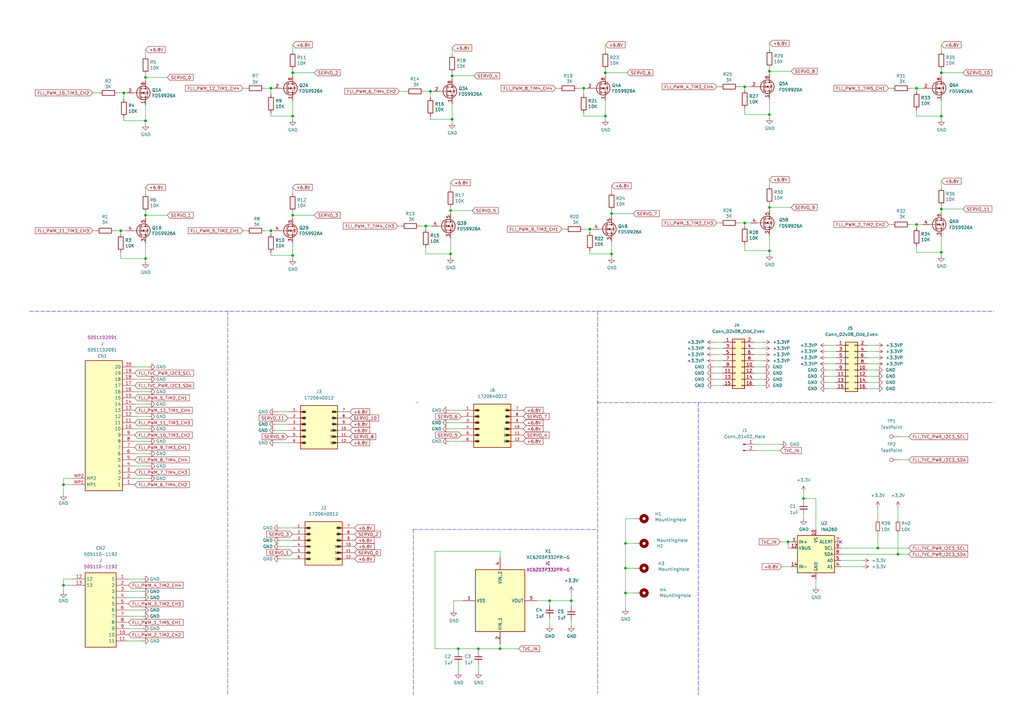
<source format=kicad_sch>
(kicad_sch (version 20211123) (generator eeschema)
  (paper "A3")
  (junction (at 256.54 233.045))
  (junction (at 256.54 222.885))
  (junction (at 185.42 48.895))
  (junction (at 49.53 94.615))
  (junction (at 174.625 92.71))
  (junction (at 59.69 49.53))
  (junction (at 26.035 240.03))
  (junction (at 120.015 104.775))
  (junction (at 120.015 29.845))
  (junction (at 360.045 224.79))
  (junction (at 256.54 243.205))
  (junction (at 315.595 102.87))
  (junction (at 250.825 104.14))
  (junction (at 386.08 29.845))
  (junction (at 111.125 94.615))
  (junction (at 375.92 92.075))
  (junction (at 305.435 35.56))
  (junction (at 386.08 85.725))
  (junction (at 368.3 227.33))
  (junction (at 184.785 104.14))
  (junction (at 120.015 47.625))
  (junction (at 187.96 266.065))
  (junction (at 323.215 222.25))
  (junction (at 315.595 85.09))
  (junction (at 120.015 88.265))
  (junction (at 185.42 31.115))
  (junction (at 329.565 204.47))
  (junction (at 184.785 86.36))
  (junction (at 386.08 47.625))
  (junction (at 111.125 36.195))
  (junction (at 176.53 37.465))
  (junction (at 196.215 266.065))
  (junction (at 305.435 91.44))
  (junction (at 315.595 29.21))
  (junction (at 239.395 36.195))
  (junction (at 205.105 266.065))
  (junction (at 26.035 198.755))
  (junction (at 241.935 93.98))
  (junction (at 234.315 246.38))
  (junction (at 248.285 29.845))
  (junction (at 315.595 46.99))
  (junction (at 248.285 47.625))
  (junction (at 59.69 106.045))
  (junction (at 50.8 38.1))
  (junction (at 225.425 246.38))
  (junction (at 59.69 88.265))
  (junction (at 375.92 36.195))
  (junction (at 59.69 31.75))
  (junction (at 250.825 87.63))
  (junction (at 386.08 103.505))
  (no_connect (at 344.805 222.25))
  (wire (pts (xy 176.53 37.465) (xy 177.8 37.465)))
  (wire (pts (xy 46.99 94.615) (xy 49.53 94.615)))
  (wire (pts (xy 120.015 88.265) (xy 128.905 88.265)))
  (wire (pts (xy 196.215 266.065) (xy 205.105 266.065)))
  (wire (pts (xy 256.54 243.205) (xy 260.35 243.205)))
  (wire (pts (xy 174.625 104.14) (xy 184.785 104.14)))
  (wire (pts (xy 49.53 103.505) (xy 49.53 106.045)))
  (wire (pts (xy 184.785 104.14) (xy 184.785 105.41)))
  (wire (pts (xy 368.935 188.595) (xy 372.745 188.595)))
  (wire (pts (xy 309.245 150.495) (xy 313.055 150.495)))
  (wire (pts (xy 305.435 35.56) (xy 305.435 36.83)))
  (wire (pts (xy 315.595 27.94) (xy 315.595 29.21)))
  (wire (pts (xy 111.125 46.355) (xy 111.125 47.625)))
  (wire (pts (xy 187.96 266.065) (xy 178.435 266.065)))
  (wire (pts (xy 375.92 92.075) (xy 378.46 92.075)))
  (wire (pts (xy 59.69 49.53) (xy 59.69 43.18)))
  (wire (pts (xy 334.645 204.47) (xy 329.565 204.47)))
  (wire (pts (xy 227.965 36.195) (xy 229.235 36.195)))
  (wire (pts (xy 114.935 229.235) (xy 120.015 229.235)))
  (wire (pts (xy 120.015 20.955) (xy 120.015 18.415)))
  (wire (pts (xy 315.595 20.32) (xy 315.595 17.78)))
  (wire (pts (xy 60.96 191.135) (xy 55.245 191.135)))
  (wire (pts (xy 174.625 92.71) (xy 174.625 93.98)))
  (wire (pts (xy 364.49 36.195) (xy 365.76 36.195)))
  (wire (pts (xy 315.595 96.52) (xy 315.595 102.87)))
  (wire (pts (xy 256.54 233.045) (xy 256.54 243.205)))
  (polyline (pts (xy 286.385 165.1) (xy 286.385 285.115)))
  (wire (pts (xy 26.035 240.03) (xy 26.035 242.57)))
  (wire (pts (xy 355.6 156.845) (xy 359.41 156.845)))
  (wire (pts (xy 256.54 233.045) (xy 260.35 233.045)))
  (wire (pts (xy 60.96 175.895) (xy 55.245 175.895)))
  (wire (pts (xy 355.6 141.605) (xy 359.41 141.605)))
  (wire (pts (xy 205.105 266.065) (xy 205.105 264.16)))
  (wire (pts (xy 184.15 168.275) (xy 189.23 168.275)))
  (wire (pts (xy 234.315 248.92) (xy 234.315 246.38)))
  (wire (pts (xy 114.935 221.615) (xy 120.015 221.615)))
  (wire (pts (xy 342.9 144.145) (xy 339.09 144.145)))
  (wire (pts (xy 60.96 165.735) (xy 55.245 165.735)))
  (wire (pts (xy 185.42 31.115) (xy 194.31 31.115)))
  (wire (pts (xy 59.69 86.995) (xy 59.69 88.265)))
  (wire (pts (xy 184.785 97.79) (xy 184.785 104.14)))
  (wire (pts (xy 386.08 85.725) (xy 394.97 85.725)))
  (wire (pts (xy 342.9 149.225) (xy 339.09 149.225)))
  (wire (pts (xy 234.315 243.205) (xy 234.315 246.38)))
  (wire (pts (xy 315.595 40.64) (xy 315.595 46.99)))
  (wire (pts (xy 60.96 180.975) (xy 55.245 180.975)))
  (wire (pts (xy 320.04 222.25) (xy 323.215 222.25)))
  (wire (pts (xy 241.935 102.87) (xy 241.935 104.14)))
  (wire (pts (xy 99.695 36.195) (xy 100.965 36.195)))
  (wire (pts (xy 309.245 145.415) (xy 313.0273 145.415)))
  (wire (pts (xy 320.04 182.245) (xy 309.88 182.245)))
  (wire (pts (xy 184.785 86.36) (xy 184.785 87.63)))
  (wire (pts (xy 329.565 204.47) (xy 329.565 205.74)))
  (polyline (pts (xy 93.345 127.635) (xy 93.345 285.115)))
  (wire (pts (xy 239.395 93.98) (xy 241.935 93.98)))
  (wire (pts (xy 52.705 252.73) (xy 58.42 252.73)))
  (wire (pts (xy 196.215 272.415) (xy 196.215 275.59)))
  (wire (pts (xy 368.3 218.44) (xy 368.3 227.33)))
  (wire (pts (xy 368.3 227.33) (xy 372.745 227.33)))
  (wire (pts (xy 250.825 104.14) (xy 250.825 105.41)))
  (wire (pts (xy 60.96 150.495) (xy 55.245 150.495)))
  (wire (pts (xy 342.9 159.385) (xy 339.09 159.385)))
  (wire (pts (xy 305.435 102.87) (xy 315.595 102.87)))
  (wire (pts (xy 230.505 93.98) (xy 231.775 93.98)))
  (polyline (pts (xy 245.11 164.465) (xy 245.11 284.48)))
  (wire (pts (xy 248.285 29.845) (xy 257.175 29.845)))
  (wire (pts (xy 185.42 48.895) (xy 185.42 42.545)))
  (wire (pts (xy 296.545 142.875) (xy 292.735 142.875)))
  (wire (pts (xy 342.9 151.765) (xy 339.09 151.765)))
  (wire (pts (xy 329.565 210.82) (xy 329.565 212.725)))
  (wire (pts (xy 111.125 36.195) (xy 112.395 36.195)))
  (wire (pts (xy 120.015 86.995) (xy 120.015 88.265)))
  (wire (pts (xy 386.08 103.505) (xy 386.08 104.775)))
  (wire (pts (xy 355.6 146.685) (xy 359.3823 146.685)))
  (wire (pts (xy 234.315 254) (xy 234.315 256.54)))
  (wire (pts (xy 52.705 242.57) (xy 58.42 242.57)))
  (wire (pts (xy 260.35 212.725) (xy 256.54 212.725)))
  (wire (pts (xy 375.92 36.195) (xy 375.92 37.465)))
  (wire (pts (xy 315.595 29.21) (xy 315.595 30.48)))
  (wire (pts (xy 296.545 155.575) (xy 292.735 155.575)))
  (wire (pts (xy 60.96 155.575) (xy 55.245 155.575)))
  (wire (pts (xy 111.125 94.615) (xy 111.125 95.885)))
  (wire (pts (xy 360.045 224.79) (xy 372.745 224.79)))
  (wire (pts (xy 52.705 257.81) (xy 58.42 257.81)))
  (wire (pts (xy 178.435 226.06) (xy 205.105 226.06)))
  (wire (pts (xy 120.015 79.375) (xy 120.015 76.835)))
  (wire (pts (xy 174.625 101.6) (xy 174.625 104.14)))
  (wire (pts (xy 26.035 196.215) (xy 26.035 198.755)))
  (wire (pts (xy 296.545 158.115) (xy 292.735 158.115)))
  (wire (pts (xy 111.125 103.505) (xy 111.125 104.775)))
  (wire (pts (xy 386.08 76.835) (xy 386.08 74.295)))
  (wire (pts (xy 59.69 31.75) (xy 68.58 31.75)))
  (wire (pts (xy 315.595 83.82) (xy 315.595 85.09)))
  (wire (pts (xy 50.8 49.53) (xy 59.69 49.53)))
  (wire (pts (xy 360.045 218.44) (xy 360.045 224.79)))
  (wire (pts (xy 250.825 87.63) (xy 250.825 88.9)))
  (polyline (pts (xy 169.545 285.115) (xy 169.545 217.17)))
  (polyline (pts (xy 169.545 217.17) (xy 245.11 217.17)))
  (wire (pts (xy 296.545 140.335) (xy 292.735 140.335)))
  (wire (pts (xy 26.035 198.755) (xy 26.035 202.565)))
  (wire (pts (xy 315.595 46.99) (xy 315.595 48.26)))
  (wire (pts (xy 239.395 36.195) (xy 239.395 38.735)))
  (wire (pts (xy 225.425 246.38) (xy 220.345 246.38)))
  (wire (pts (xy 241.935 93.98) (xy 243.205 93.98)))
  (wire (pts (xy 386.08 84.455) (xy 386.08 85.725)))
  (wire (pts (xy 305.435 35.56) (xy 307.975 35.56)))
  (wire (pts (xy 323.215 224.79) (xy 323.215 222.25)))
  (wire (pts (xy 344.805 229.87) (xy 353.695 229.87)))
  (wire (pts (xy 49.53 94.615) (xy 52.07 94.615)))
  (wire (pts (xy 294.005 35.56) (xy 295.275 35.56)))
  (wire (pts (xy 99.695 94.615) (xy 100.965 94.615)))
  (wire (pts (xy 315.595 76.2) (xy 315.595 73.66)))
  (wire (pts (xy 368.935 179.07) (xy 372.745 179.07)))
  (wire (pts (xy 59.69 49.53) (xy 59.69 50.8)))
  (wire (pts (xy 59.69 22.86) (xy 59.69 20.32)))
  (wire (pts (xy 50.8 38.1) (xy 52.07 38.1)))
  (polyline (pts (xy 245.11 127.635) (xy 407.67 127.635)))
  (wire (pts (xy 176.53 47.625) (xy 176.53 48.895)))
  (wire (pts (xy 205.105 226.06) (xy 205.105 228.6)))
  (wire (pts (xy 187.96 272.415) (xy 187.96 275.59)))
  (wire (pts (xy 59.69 88.265) (xy 59.69 89.535)))
  (wire (pts (xy 256.54 212.725) (xy 256.54 222.885)))
  (wire (pts (xy 309.245 153.035) (xy 313.055 153.035)))
  (wire (pts (xy 250.825 78.74) (xy 250.825 76.2)))
  (wire (pts (xy 248.285 47.625) (xy 248.285 41.275)))
  (wire (pts (xy 111.125 94.615) (xy 112.395 94.615)))
  (wire (pts (xy 296.545 153.035) (xy 292.735 153.035)))
  (wire (pts (xy 355.6 144.145) (xy 359.41 144.145)))
  (wire (pts (xy 29.845 237.49) (xy 26.035 237.49)))
  (wire (pts (xy 375.92 103.505) (xy 386.08 103.505)))
  (wire (pts (xy 364.49 92.075) (xy 365.76 92.075)))
  (wire (pts (xy 60.96 170.815) (xy 55.245 170.815)))
  (wire (pts (xy 174.625 92.71) (xy 177.165 92.71)))
  (wire (pts (xy 48.26 38.1) (xy 50.8 38.1)))
  (wire (pts (xy 108.585 94.615) (xy 111.125 94.615)))
  (wire (pts (xy 114.935 216.535) (xy 120.015 216.535)))
  (wire (pts (xy 38.1 38.1) (xy 40.64 38.1)))
  (wire (pts (xy 59.69 31.75) (xy 59.69 33.02)))
  (wire (pts (xy 111.125 36.195) (xy 111.125 38.735)))
  (wire (pts (xy 368.3 208.28) (xy 368.3 213.36)))
  (wire (pts (xy 256.54 222.885) (xy 256.54 233.045)))
  (wire (pts (xy 111.125 47.625) (xy 120.015 47.625)))
  (wire (pts (xy 360.045 208.28) (xy 360.045 213.36)))
  (wire (pts (xy 248.285 28.575) (xy 248.285 29.845)))
  (wire (pts (xy 178.435 226.06) (xy 178.435 266.065)))
  (wire (pts (xy 184.785 86.36) (xy 193.675 86.36)))
  (wire (pts (xy 386.08 29.845) (xy 386.08 31.115)))
  (wire (pts (xy 296.545 147.955) (xy 292.735 147.955)))
  (wire (pts (xy 344.805 232.41) (xy 353.695 232.41)))
  (wire (pts (xy 120.015 88.265) (xy 120.015 89.535)))
  (wire (pts (xy 186.055 246.38) (xy 186.055 250.19)))
  (wire (pts (xy 113.03 168.91) (xy 118.11 168.91)))
  (wire (pts (xy 26.035 237.49) (xy 26.035 240.03)))
  (wire (pts (xy 38.1 94.615) (xy 39.37 94.615)))
  (wire (pts (xy 113.03 181.61) (xy 118.11 181.61)))
  (wire (pts (xy 59.69 88.265) (xy 68.58 88.265)))
  (polyline (pts (xy 245.11 165.1) (xy 407.67 165.1)))
  (wire (pts (xy 184.15 173.355) (xy 189.23 173.355)))
  (wire (pts (xy 59.69 79.375) (xy 59.69 76.835)))
  (wire (pts (xy 344.805 224.79) (xy 360.045 224.79)))
  (wire (pts (xy 52.705 262.89) (xy 58.42 262.89)))
  (wire (pts (xy 176.53 37.465) (xy 176.53 40.005)))
  (wire (pts (xy 375.92 47.625) (xy 386.08 47.625)))
  (wire (pts (xy 305.435 91.44) (xy 307.975 91.44)))
  (wire (pts (xy 386.08 28.575) (xy 386.08 29.845)))
  (wire (pts (xy 120.015 99.695) (xy 120.015 104.775)))
  (wire (pts (xy 59.69 30.48) (xy 59.69 31.75)))
  (wire (pts (xy 236.855 36.195) (xy 239.395 36.195)))
  (wire (pts (xy 375.92 45.085) (xy 375.92 47.625)))
  (wire (pts (xy 256.54 243.205) (xy 256.54 249.555)))
  (wire (pts (xy 113.03 176.53) (xy 118.11 176.53)))
  (wire (pts (xy 315.595 85.09) (xy 324.485 85.09)))
  (wire (pts (xy 309.245 140.335) (xy 313.055 140.335)))
  (wire (pts (xy 241.935 104.14) (xy 250.825 104.14)))
  (wire (pts (xy 172.085 92.71) (xy 174.625 92.71)))
  (wire (pts (xy 305.435 46.99) (xy 315.595 46.99)))
  (polyline (pts (xy 245.11 127.635) (xy 245.11 165.1)))
  (wire (pts (xy 239.395 36.195) (xy 240.665 36.195)))
  (wire (pts (xy 309.245 142.875) (xy 313.055 142.875)))
  (wire (pts (xy 185.42 48.895) (xy 185.42 50.165)))
  (wire (pts (xy 355.6 159.385) (xy 359.41 159.385)))
  (wire (pts (xy 52.705 250.19) (xy 58.42 250.19)))
  (polyline (pts (xy 128.27 127.635) (xy 245.11 127.635)))
  (wire (pts (xy 323.215 222.25) (xy 324.485 222.25)))
  (wire (pts (xy 29.845 240.03) (xy 26.035 240.03)))
  (wire (pts (xy 386.08 47.625) (xy 386.08 48.895)))
  (wire (pts (xy 355.6 149.225) (xy 359.3823 149.225)))
  (wire (pts (xy 113.03 173.99) (xy 118.11 173.99)))
  (wire (pts (xy 59.69 106.045) (xy 59.69 107.315)))
  (wire (pts (xy 305.435 100.33) (xy 305.435 102.87)))
  (wire (pts (xy 334.645 217.17) (xy 334.645 204.47)))
  (wire (pts (xy 120.015 104.775) (xy 120.015 106.045)))
  (wire (pts (xy 189.865 246.38) (xy 186.055 246.38)))
  (wire (pts (xy 296.545 145.415) (xy 292.735 145.415)))
  (wire (pts (xy 187.96 266.065) (xy 196.215 266.065)))
  (wire (pts (xy 373.38 92.075) (xy 375.92 92.075)))
  (wire (pts (xy 386.08 97.155) (xy 386.08 103.505)))
  (wire (pts (xy 29.845 198.755) (xy 26.035 198.755)))
  (wire (pts (xy 250.825 99.06) (xy 250.825 104.14)))
  (wire (pts (xy 355.6 151.765) (xy 359.41 151.765)))
  (wire (pts (xy 248.285 47.625) (xy 248.285 48.895)))
  (wire (pts (xy 114.935 224.155) (xy 120.015 224.155)))
  (wire (pts (xy 260.35 222.885) (xy 256.54 222.885)))
  (wire (pts (xy 329.565 201.93) (xy 329.565 204.47)))
  (polyline (pts (xy 12.065 127.635) (xy 128.27 127.635)))
  (wire (pts (xy 375.92 92.075) (xy 375.92 93.345)))
  (wire (pts (xy 52.705 237.49) (xy 58.42 237.49)))
  (wire (pts (xy 320.675 232.41) (xy 324.485 232.41)))
  (wire (pts (xy 120.015 47.625) (xy 120.015 41.275)))
  (wire (pts (xy 309.245 155.575) (xy 313.055 155.575)))
  (wire (pts (xy 120.015 28.575) (xy 120.015 29.845)))
  (wire (pts (xy 108.585 36.195) (xy 111.125 36.195)))
  (wire (pts (xy 250.825 87.63) (xy 259.715 87.63)))
  (wire (pts (xy 185.42 22.225) (xy 185.42 19.685)))
  (wire (pts (xy 296.545 150.495) (xy 292.735 150.495)))
  (wire (pts (xy 315.595 102.87) (xy 315.595 104.14)))
  (wire (pts (xy 309.88 184.785) (xy 320.04 184.785)))
  (wire (pts (xy 225.425 248.285) (xy 225.425 246.38)))
  (wire (pts (xy 60.96 186.055) (xy 55.245 186.055)))
  (wire (pts (xy 250.825 86.36) (xy 250.825 87.63)))
  (wire (pts (xy 176.53 48.895) (xy 185.42 48.895)))
  (wire (pts (xy 386.08 41.275) (xy 386.08 47.625)))
  (wire (pts (xy 29.845 196.215) (xy 26.035 196.215)))
  (wire (pts (xy 309.245 147.955) (xy 313.0273 147.955)))
  (wire (pts (xy 386.08 29.845) (xy 394.97 29.845)))
  (wire (pts (xy 342.9 154.305) (xy 339.09 154.305)))
  (wire (pts (xy 52.705 245.11) (xy 58.42 245.11)))
  (wire (pts (xy 184.785 77.47) (xy 184.785 74.93)))
  (wire (pts (xy 305.435 91.44) (xy 305.435 92.71)))
  (polyline (pts (xy 171.45 165.1) (xy 170.815 165.1)))
  (wire (pts (xy 50.8 38.1) (xy 50.8 40.64)))
  (wire (pts (xy 185.42 31.115) (xy 185.42 32.385)))
  (wire (pts (xy 225.425 253.365) (xy 225.425 256.54)))
  (wire (pts (xy 248.285 29.845) (xy 248.285 31.115)))
  (wire (pts (xy 342.9 146.685) (xy 339.09 146.685)))
  (wire (pts (xy 342.9 156.845) (xy 339.09 156.845)))
  (wire (pts (xy 302.895 35.56) (xy 305.435 35.56)))
  (wire (pts (xy 375.92 100.965) (xy 375.92 103.505)))
  (wire (pts (xy 334.645 237.49) (xy 334.645 240.665)))
  (wire (pts (xy 49.53 94.615) (xy 49.53 95.885)))
  (wire (pts (xy 234.315 246.38) (xy 225.425 246.38)))
  (wire (pts (xy 324.485 224.79) (xy 323.215 224.79)))
  (wire (pts (xy 239.395 46.355) (xy 239.395 47.625)))
  (wire (pts (xy 248.285 20.955) (xy 248.285 18.415)))
  (wire (pts (xy 120.015 47.625) (xy 120.015 48.895)))
  (wire (pts (xy 375.92 36.195) (xy 378.46 36.195)))
  (wire (pts (xy 50.8 48.26) (xy 50.8 49.53)))
  (wire (pts (xy 386.08 85.725) (xy 386.08 86.995)))
  (wire (pts (xy 59.69 99.695) (xy 59.69 106.045)))
  (wire (pts (xy 196.215 267.335) (xy 196.215 266.065)))
  (wire (pts (xy 373.38 36.195) (xy 375.92 36.195)))
  (wire (pts (xy 241.935 93.98) (xy 241.935 95.25)))
  (wire (pts (xy 315.595 29.21) (xy 324.485 29.21)))
  (wire (pts (xy 184.15 175.895) (xy 189.23 175.895)))
  (wire (pts (xy 184.15 180.975) (xy 189.23 180.975)))
  (wire (pts (xy 309.245 158.115) (xy 313.055 158.115)))
  (wire (pts (xy 239.395 47.625) (xy 248.285 47.625)))
  (wire (pts (xy 111.125 104.775) (xy 120.015 104.775)))
  (wire (pts (xy 49.53 106.045) (xy 59.69 106.045)))
  (wire (pts (xy 60.96 160.655) (xy 55.245 160.655)))
  (wire (pts (xy 163.195 92.71) (xy 164.465 92.71)))
  (wire (pts (xy 185.42 29.845) (xy 185.42 31.115)))
  (wire (pts (xy 386.08 20.955) (xy 386.08 18.415)))
  (wire (pts (xy 173.99 37.465) (xy 176.53 37.465)))
  (wire (pts (xy 184.785 85.09) (xy 184.785 86.36)))
  (wire (pts (xy 344.805 227.33) (xy 368.3 227.33)))
  (wire (pts (xy 315.595 85.09) (xy 315.595 86.36)))
  (wire (pts (xy 163.83 37.465) (xy 166.37 37.465)))
  (wire (pts (xy 120.015 29.845) (xy 120.015 31.115)))
  (wire (pts (xy 120.015 29.845) (xy 128.905 29.845)))
  (wire (pts (xy 342.9 141.605) (xy 339.09 141.605)))
  (wire (pts (xy 302.895 91.44) (xy 305.435 91.44)))
  (wire (pts (xy 294.005 91.44) (xy 295.275 91.44)))
  (wire (pts (xy 355.6 154.305) (xy 359.41 154.305)))
  (wire (pts (xy 187.96 267.335) (xy 187.96 266.065)))
  (wire (pts (xy 305.435 44.45) (xy 305.435 46.99)))
  (wire (pts (xy 212.725 266.065) (xy 205.105 266.065)))
  (wire (pts (xy 60.96 196.215) (xy 55.245 196.215)))
  (global_label "SERVO_7" (shape input) (at 259.715 87.63 0) (property "Intersheet References" "${INTERSHEET_REFS}" (effects hide)))
  (global_label "TVC_IN" (shape input) (at 212.725 266.065 0) (property "Intersheet References" "${INTERSHEET_REFS}" (effects hide)))
  (global_label "SERVO_0" (shape input) (at 145.415 226.695 0) (property "Intersheet References" "${INTERSHEET_REFS}" (effects hide)))
  (global_label "SERVO_7" (shape input) (at 214.63 170.815 0) (property "Intersheet References" "${INTERSHEET_REFS}" (effects hide)))
  (global_label "+6.8V" (shape input) (at 248.285 18.415 0) (property "Intersheet References" "${INTERSHEET_REFS}" (effects hide)))
  (global_label "SERVO_1" (shape input) (at 120.015 226.695 180) (property "Intersheet References" "${INTERSHEET_REFS}" (effects hide)))
  (global_label "FLI_PWM_11_TIM3_CH3" (shape input) (at 55.245 173.355 0) (property "Intersheet References" "${INTERSHEET_REFS}" (effects hide)))
  (global_label "+6.8V" (shape input) (at 145.415 216.535 0) (property "Intersheet References" "${INTERSHEET_REFS}" (effects hide)))
  (global_label "FLI_PWM_6_TIM4_CH2" (shape input) (at 55.245 198.755 0) (property "Intersheet References" "${INTERSHEET_REFS}" (effects hide)))
  (global_label "SERVO_3" (shape input) (at 120.015 219.075 180) (property "Intersheet References" "${INTERSHEET_REFS}" (effects hide)))
  (global_label "FLI_PWM_10_TIM3_CH2" (shape input) (at 38.1 38.1 180) (property "Intersheet References" "${INTERSHEET_REFS}" (effects hide)))
  (global_label "+6.8V" (shape input) (at 59.69 76.835 0) (property "Intersheet References" "${INTERSHEET_REFS}" (effects hide)))
  (global_label "FLI_PWM_1_TIM5_CH1" (shape input) (at 364.49 36.195 180) (property "Intersheet References" "${INTERSHEET_REFS}" (effects hide)))
  (global_label "FLI_PWM_1_TIM5_CH1" (shape input) (at 52.705 255.27 0) (property "Intersheet References" "${INTERSHEET_REFS}" (effects hide)))
  (global_label "+6.8V" (shape input) (at 143.51 176.53 0) (property "Intersheet References" "${INTERSHEET_REFS}" (effects hide)))
  (global_label "+6.8V" (shape input) (at 214.63 168.275 0) (property "Intersheet References" "${INTERSHEET_REFS}" (effects hide)))
  (global_label "FLI_TVC_PWR_I2C3_SDA" (shape input) (at 372.745 188.595 0) (property "Intersheet References" "${INTERSHEET_REFS}" (effects hide)))
  (global_label "SERVO_1" (shape input) (at 68.58 88.265 0) (property "Intersheet References" "${INTERSHEET_REFS}" (effects hide)))
  (global_label "FLI_PWM_12_TIM1_CH4" (shape input) (at 55.245 168.275 0) (property "Intersheet References" "${INTERSHEET_REFS}" (effects hide)))
  (global_label "+6.8V" (shape input) (at 185.42 19.685 0) (property "Intersheet References" "${INTERSHEET_REFS}" (effects hide)))
  (global_label "FLI_TVC_PWR_I2C3_SCL" (shape input) (at 372.745 224.79 0) (property "Intersheet References" "${INTERSHEET_REFS}" (effects hide)))
  (global_label "FLI_PWM_9_TIM3_CH1" (shape input) (at 230.505 93.98 180) (property "Intersheet References" "${INTERSHEET_REFS}" (effects hide)))
  (global_label "+6.8V" (shape input) (at 143.51 173.99 0) (property "Intersheet References" "${INTERSHEET_REFS}" (effects hide)))
  (global_label "SERVO_2" (shape input) (at 145.415 219.075 0) (property "Intersheet References" "${INTERSHEET_REFS}" (effects hide)))
  (global_label "+6.8V" (shape input) (at 143.51 181.61 0) (property "Intersheet References" "${INTERSHEET_REFS}" (effects hide)))
  (global_label "TVC_IN" (shape input) (at 320.04 222.25 180) (property "Intersheet References" "${INTERSHEET_REFS}" (effects hide)))
  (global_label "SERVO_5" (shape input) (at 193.675 86.36 0) (property "Intersheet References" "${INTERSHEET_REFS}" (effects hide)))
  (global_label "FLI_PWM_2_TIM2_CH2" (shape input) (at 364.49 92.075 180) (property "Intersheet References" "${INTERSHEET_REFS}" (effects hide)))
  (global_label "+6.8V" (shape input) (at 250.825 76.2 0) (property "Intersheet References" "${INTERSHEET_REFS}" (effects hide)))
  (global_label "FLI_PWM_9_TIM3_CH1" (shape input) (at 55.245 183.515 0) (property "Intersheet References" "${INTERSHEET_REFS}" (effects hide)))
  (global_label "+6.8V" (shape input) (at 386.08 74.295 0) (property "Intersheet References" "${INTERSHEET_REFS}" (effects hide)))
  (global_label "FLI_PWM_10_TIM3_CH2" (shape input) (at 55.245 178.435 0) (property "Intersheet References" "${INTERSHEET_REFS}" (effects hide)))
  (global_label "SERVO_3" (shape input) (at 128.905 88.265 0) (property "Intersheet References" "${INTERSHEET_REFS}" (effects hide)))
  (global_label "+6.8V" (shape input) (at 145.415 229.235 0) (property "Intersheet References" "${INTERSHEET_REFS}" (effects hide)))
  (global_label "SERVO_8" (shape input) (at 143.51 179.07 0) (property "Intersheet References" "${INTERSHEET_REFS}" (effects hide)))
  (global_label "SERVO_6" (shape input) (at 257.175 29.845 0) (property "Intersheet References" "${INTERSHEET_REFS}" (effects hide)))
  (global_label "FLI_TVC_PWR_I2C3_SDA" (shape input) (at 372.745 227.33 0) (property "Intersheet References" "${INTERSHEET_REFS}" (effects hide)))
  (global_label "+6.8V" (shape input) (at 143.51 168.91 0) (property "Intersheet References" "${INTERSHEET_REFS}" (effects hide)))
  (global_label "+6.8V" (shape input) (at 386.08 18.415 0) (property "Intersheet References" "${INTERSHEET_REFS}" (effects hide)))
  (global_label "+6.8V" (shape input) (at 315.595 73.66 0) (property "Intersheet References" "${INTERSHEET_REFS}" (effects hide)))
  (global_label "+6.8V" (shape input) (at 184.785 74.93 0) (property "Intersheet References" "${INTERSHEET_REFS}" (effects hide)))
  (global_label "FLI_PWM_12_TIM1_CH4" (shape input) (at 99.695 36.195 180) (property "Intersheet References" "${INTERSHEET_REFS}" (effects hide)))
  (global_label "FLI_PWM_3_TIM2_CH3" (shape input) (at 52.705 247.65 0) (property "Intersheet References" "${INTERSHEET_REFS}" (effects hide)))
  (global_label "SERVO_11" (shape input) (at 118.11 171.45 180) (property "Intersheet References" "${INTERSHEET_REFS}" (effects hide)))
  (global_label "+6.8V" (shape input) (at 320.675 232.41 180) (property "Intersheet References" "${INTERSHEET_REFS}" (effects hide)))
  (global_label "+6.8V" (shape input) (at 214.63 175.895 0) (property "Intersheet References" "${INTERSHEET_REFS}" (effects hide)))
  (global_label "FLI_PWM_11_TIM3_CH3" (shape input) (at 38.1 94.615 180) (property "Intersheet References" "${INTERSHEET_REFS}" (effects hide)))
  (global_label "SERVO_5" (shape input) (at 189.23 178.435 180) (property "Intersheet References" "${INTERSHEET_REFS}" (effects hide)))
  (global_label "SERVO_6" (shape input) (at 189.23 170.815 180) (property "Intersheet References" "${INTERSHEET_REFS}" (effects hide)))
  (global_label "FLI_PWM_8_TIM4_CH4" (shape input) (at 55.245 188.595 0) (property "Intersheet References" "${INTERSHEET_REFS}" (effects hide)))
  (global_label "FLI_PWM_4_TIM2_CH4" (shape input) (at 294.005 35.56 180) (property "Intersheet References" "${INTERSHEET_REFS}" (effects hide)))
  (global_label "SERVO_4" (shape input) (at 194.31 31.115 0) (property "Intersheet References" "${INTERSHEET_REFS}" (effects hide)))
  (global_label "SERVO_8" (shape input) (at 324.485 29.21 0) (property "Intersheet References" "${INTERSHEET_REFS}" (effects hide)))
  (global_label "+6.8V" (shape input) (at 315.595 17.78 0) (property "Intersheet References" "${INTERSHEET_REFS}" (effects hide)))
  (global_label "SERVO_11" (shape input) (at 394.97 85.725 0) (property "Intersheet References" "${INTERSHEET_REFS}" (effects hide)))
  (global_label "FLI_PWM_3_TIM2_CH3" (shape input) (at 294.005 91.44 180) (property "Intersheet References" "${INTERSHEET_REFS}" (effects hide)))
  (global_label "FLI_PWM_7_TIM4_CH3" (shape input) (at 163.195 92.71 180) (property "Intersheet References" "${INTERSHEET_REFS}" (effects hide)))
  (global_label "+6.8V" (shape input) (at 145.415 224.155 0) (property "Intersheet References" "${INTERSHEET_REFS}" (effects hide)))
  (global_label "FLI_TVC_PWR_I2C3_SCL" (shape input) (at 372.745 179.07 0) (property "Intersheet References" "${INTERSHEET_REFS}" (effects hide)))
  (global_label "SERVO_9" (shape input) (at 324.485 85.09 0) (property "Intersheet References" "${INTERSHEET_REFS}" (effects hide)))
  (global_label "FLI_TVC_PWR_I2C3_SDA" (shape input) (at 55.245 158.115 0) (property "Intersheet References" "${INTERSHEET_REFS}" (effects hide)))
  (global_label "SERVO_10" (shape input) (at 394.97 29.845 0) (property "Intersheet References" "${INTERSHEET_REFS}" (effects hide)))
  (global_label "SERVO_10" (shape input) (at 143.51 171.45 0) (property "Intersheet References" "${INTERSHEET_REFS}" (effects hide)))
  (global_label "TVC_IN" (shape input) (at 320.04 184.785 0) (property "Intersheet References" "${INTERSHEET_REFS}" (effects hide)))
  (global_label "FLI_PWM_8_TIM4_CH4" (shape input) (at 227.965 36.195 180) (property "Intersheet References" "${INTERSHEET_REFS}" (effects hide)))
  (global_label "FLI_TVC_PWR_I2C3_SCL" (shape input) (at 55.245 153.035 0) (property "Intersheet References" "${INTERSHEET_REFS}" (effects hide)))
  (global_label "+6.8V" (shape input) (at 59.69 20.32 0) (property "Intersheet References" "${INTERSHEET_REFS}" (effects hide)))
  (global_label "SERVO_2" (shape input) (at 128.905 29.845 0) (property "Intersheet References" "${INTERSHEET_REFS}" (effects hide)))
  (global_label "SERVO_4" (shape input) (at 214.63 178.435 0) (property "Intersheet References" "${INTERSHEET_REFS}" (effects hide)))
  (global_label "+6.8V" (shape input) (at 214.63 180.975 0) (property "Intersheet References" "${INTERSHEET_REFS}" (effects hide)))
  (global_label "FLI_PWM_5_TIM2_CH1" (shape input) (at 99.695 94.615 180) (property "Intersheet References" "${INTERSHEET_REFS}" (effects hide)))
  (global_label "FLI_PWM_4_TIM2_CH4" (shape input) (at 52.705 240.03 0) (property "Intersheet References" "${INTERSHEET_REFS}" (effects hide)))
  (global_label "FLI_PWM_5_TIM2_CH1" (shape input) (at 55.245 163.195 0) (property "Intersheet References" "${INTERSHEET_REFS}" (effects hide)))
  (global_label "FLI_PWM_6_TIM4_CH2" (shape input) (at 163.83 37.465 180) (property "Intersheet References" "${INTERSHEET_REFS}" (effects hide)))
  (global_label "+6.8V" (shape input) (at 120.015 18.415 0) (property "Intersheet References" "${INTERSHEET_REFS}" (effects hide)))
  (global_label "FLI_PWM_2_TIM2_CH2" (shape input) (at 52.705 260.35 0) (property "Intersheet References" "${INTERSHEET_REFS}" (effects hide)))
  (global_label "+6.8V" (shape input) (at 145.415 221.615 0) (property "Intersheet References" "${INTERSHEET_REFS}" (effects hide)))
  (global_label "FLI_PWM_7_TIM4_CH3" (shape input) (at 55.245 193.675 0) (property "Intersheet References" "${INTERSHEET_REFS}" (effects hide)))
  (global_label "SERVO_9" (shape input) (at 118.11 179.07 180) (property "Intersheet References" "${INTERSHEET_REFS}" (effects hide)))
  (global_label "SERVO_0" (shape input) (at 68.58 31.75 0) (property "Intersheet References" "${INTERSHEET_REFS}" (effects hide)))
  (global_label "+6.8V" (shape input) (at 214.63 173.355 0) (property "Intersheet References" "${INTERSHEET_REFS}" (effects hide)))
  (global_label "+6.8V" (shape input) (at 120.015 76.835 0) (property "Intersheet References" "${INTERSHEET_REFS}" (effects hide)))
  (symbol (lib_id "1720640012:1720640012") (at 130.81 173.99 0) (unit 1)
    (property "Reference" "J3" (at 130.81 160.655 0))
    (property "Value" "1720640012" (at 130.81 163.195 0))
    (property "Footprint" "ATX_12P:MOLEX_1720640012" (effects hide))
    (property "PARTREV" "E" (effects hide))
    (property "STANDARD" "Manufacturer Recommendations" (effects hide))
    (property "MAXIMUM_PACKAGE_HEIGHT" "14.53 mm" (effects hide))
    (property "MANUFACTURER" "Molex" (effects hide))
  )
  (symbol (lib_name "C_Small_1") (lib_id "Device:C_Small") (at 196.215 269.875 0) (unit 1)
    (property "Reference" "C3" (at 190.5 269.24 0) (effects (justify left)))
    (property "Value" "1uF" (at 190.5 271.78 0) (effects (justify left)))
    (property "Footprint" "Capacitor_SMD:C_0402_1005Metric" (effects hide))
  )
  (symbol (lib_id "power:+3.3VP") (at 292.735 145.415 90) (unit 1)
    (property "Reference" "#PWR021" (effects hide))
    (property "Value" "+3.3VP" (at 288.925 145.4149 90) (effects (justify left)))
  )
  (symbol (lib_id "Device:R_Small") (at 360.045 215.9 0) (unit 1)
    (property "Reference" "R39" (at 361.315 214.63 0) (effects (justify left)))
    (property "Value" "10K" (at 361.315 217.17 0) (effects (justify left)))
    (property "Footprint" "Resistor_SMD:R_0402_1005Metric" (effects hide))
  )
  (symbol (lib_id "power:+3.3VP") (at 359.41 141.605 270) (unit 1)
    (property "Reference" "#PWR050" (effects hide))
    (property "Value" "+3.3VP" (at 363.22 141.6049 90) (effects (justify left)))
  )
  (symbol (lib_id "power:GND") (at 120.015 48.895 0) (unit 1)
    (property "Reference" "#PWR027" (effects hide))
    (property "Value" "GND" (at 120.142 53.2892 0))
  )
  (symbol (lib_id "1720640012:1720640012") (at 132.715 221.615 0) (unit 1)
    (property "Reference" "J2" (at 132.715 208.28 0))
    (property "Value" "1720640012" (at 132.715 210.82 0))
    (property "Footprint" "ATX_12P:MOLEX_1720640012" (effects hide))
    (property "PARTREV" "E" (effects hide))
    (property "STANDARD" "Manufacturer Recommendations" (effects hide))
    (property "MAXIMUM_PACKAGE_HEIGHT" "14.53 mm" (effects hide))
    (property "MANUFACTURER" "Molex" (effects hide))
  )
  (symbol (lib_id "Device:R") (at 170.18 37.465 90) (unit 1)
    (property "Reference" "R14" (at 172.085 32.385 90) (effects (justify left)))
    (property "Value" "3K" (at 172.085 34.6964 90) (effects (justify left)))
    (property "Footprint" "Resistor_SMD:R_0402_1005Metric" (effects hide))
  )
  (symbol (lib_name "C_Small_1") (lib_id "Device:C_Small") (at 225.425 250.825 0) (unit 1)
    (property "Reference" "C4" (at 219.71 250.19 0) (effects (justify left)))
    (property "Value" "1uF" (at 219.71 252.73 0) (effects (justify left)))
    (property "Footprint" "Capacitor_SMD:C_0402_1005Metric" (effects hide))
  )
  (symbol (lib_name "GND_1") (lib_id "power:GND") (at 313.055 158.115 90) (unit 1)
    (property "Reference" "#PWR039" (effects hide))
    (property "Value" "GND" (at 316.865 158.1149 90) (effects (justify right)))
  )
  (symbol (lib_id "power:+3.3VP") (at 313.055 140.335 270) (unit 1)
    (property "Reference" "#PWR032" (effects hide))
    (property "Value" "+3.3VP" (at 316.865 140.3349 90) (effects (justify left)))
  )
  (symbol (lib_id "power:GND") (at 184.15 175.895 270) (unit 1)
    (property "Reference" "#PWR0146" (effects hide))
    (property "Value" "GND" (at 179.07 175.895 90))
  )
  (symbol (lib_id "Device:R") (at 299.085 35.56 90) (unit 1)
    (property "Reference" "R25" (at 300.355 30.48 90) (effects (justify left)))
    (property "Value" "3K" (at 300.355 32.7914 90) (effects (justify left)))
    (property "Footprint" "Resistor_SMD:R_0402_1005Metric" (effects hide))
  )
  (symbol (lib_id "Device:R") (at 104.775 36.195 90) (unit 1)
    (property "Reference" "R7" (at 106.045 31.115 90) (effects (justify left)))
    (property "Value" "3K" (at 106.045 33.655 90) (effects (justify left)))
    (property "Footprint" "Resistor_SMD:R_0402_1005Metric" (effects hide))
  )
  (symbol (lib_id "power:+3.3VP") (at 339.09 141.605 90) (unit 1)
    (property "Reference" "#PWR040" (effects hide))
    (property "Value" "+3.3VP" (at 335.28 141.6049 90) (effects (justify left)))
  )
  (symbol (lib_id "power:+3.3VP") (at 292.735 147.955 90) (unit 1)
    (property "Reference" "#PWR022" (effects hide))
    (property "Value" "+3.3VP" (at 288.925 147.9549 90) (effects (justify left)))
  )
  (symbol (lib_id "Device:R") (at 375.92 41.275 0) (unit 1)
    (property "Reference" "R33" (at 377.698 40.1066 0) (effects (justify left)))
    (property "Value" "10K" (at 377.698 42.418 0) (effects (justify left)))
    (property "Footprint" "Resistor_SMD:R_0402_1005Metric" (effects hide))
  )
  (symbol (lib_id "Device:R") (at 386.08 80.645 0) (unit 1)
    (property "Reference" "R36" (at 387.858 79.4766 0) (effects (justify left)))
    (property "Value" "10K" (at 387.858 81.788 0) (effects (justify left)))
    (property "Footprint" "Resistor_SMD:R_0805_2012Metric" (effects hide))
  )
  (symbol (lib_id "Device:R") (at 248.285 24.765 0) (unit 1)
    (property "Reference" "R23" (at 250.063 23.5966 0) (effects (justify left)))
    (property "Value" "10K" (at 250.063 25.908 0) (effects (justify left)))
    (property "Footprint" "Resistor_SMD:R_0805_2012Metric" (effects hide))
  )
  (symbol (lib_id "Transistor_FET:FDS9926A") (at 117.475 94.615 0) (unit 2)
    (property "Reference" "Q2" (at 122.6566 93.4466 0) (effects (justify left)))
    (property "Value" "FDS9926A" (at 122.6566 95.758 0) (effects (justify left)))
    (property "Footprint" "Package_SO:SOIC-8_3.9x4.9mm_P1.27mm" (effects hide))
    (property "Datasheet" "https://www.onsemi.com/pub/Collateral/FDS9926A-D.pdf" (effects hide))
  )
  (symbol (lib_id "power:GND") (at 59.69 107.315 0) (unit 1)
    (property "Reference" "#PWR06" (effects hide))
    (property "Value" "GND" (at 59.817 111.7092 0))
  )
  (symbol (lib_id "Device:R") (at 111.125 42.545 0) (unit 1)
    (property "Reference" "R9" (at 112.903 41.3766 0) (effects (justify left)))
    (property "Value" "10K" (at 112.903 43.688 0) (effects (justify left)))
    (property "Footprint" "Resistor_SMD:R_0402_1005Metric" (effects hide))
  )
  (symbol (lib_name "C_Small_1") (lib_id "Device:C_Small") (at 329.565 208.28 0) (unit 1)
    (property "Reference" "C1" (at 323.85 207.645 0) (effects (justify left)))
    (property "Value" "1uF" (at 323.85 210.185 0) (effects (justify left)))
    (property "Footprint" "Capacitor_SMD:C_0402_1005Metric" (effects hide))
  )
  (symbol (lib_name "GND_1") (lib_id "power:GND") (at 359.41 156.845 90) (unit 1)
    (property "Reference" "#PWR056" (effects hide))
    (property "Value" "GND" (at 363.22 156.8449 90) (effects (justify right)))
  )
  (symbol (lib_id "power:+3.3VP") (at 359.41 144.145 270) (unit 1)
    (property "Reference" "#PWR052" (effects hide))
    (property "Value" "+3.3VP" (at 363.22 144.1449 90) (effects (justify left)))
  )
  (symbol (lib_id "Transistor_FET:FDS9926A") (at 245.745 36.195 0) (unit 1)
    (property "Reference" "Q4" (at 250.9266 35.0266 0) (effects (justify left)))
    (property "Value" "FDS9926A" (at 250.9266 37.338 0) (effects (justify left)))
    (property "Footprint" "Package_SO:SOIC-8_3.9x4.9mm_P1.27mm" (effects hide))
    (property "Datasheet" "https://www.onsemi.com/pub/Collateral/FDS9926A-D.pdf" (effects hide))
  )
  (symbol (lib_id "power:GND") (at 386.08 48.895 0) (unit 1)
    (property "Reference" "#PWR068" (effects hide))
    (property "Value" "GND" (at 386.207 53.2892 0))
  )
  (symbol (lib_id "Device:R") (at 176.53 43.815 0) (unit 1)
    (property "Reference" "R16" (at 178.308 42.6466 0) (effects (justify left)))
    (property "Value" "10K" (at 178.308 44.958 0) (effects (justify left)))
    (property "Footprint" "Resistor_SMD:R_0402_1005Metric" (effects hide))
  )
  (symbol (lib_name "GND_1") (lib_id "power:GND") (at 313.055 153.035 90) (unit 1)
    (property "Reference" "#PWR036" (effects hide))
    (property "Value" "GND" (at 316.865 153.0349 90) (effects (justify right)))
  )
  (symbol (lib_id "Device:R") (at 184.785 81.28 0) (unit 1)
    (property "Reference" "R17" (at 186.563 80.1116 0) (effects (justify left)))
    (property "Value" "10K" (at 186.563 82.423 0) (effects (justify left)))
    (property "Footprint" "Resistor_SMD:R_0805_2012Metric" (effects hide))
  )
  (symbol (lib_id "power:GND") (at 234.315 256.54 0) (unit 1)
    (property "Reference" "#PWR018" (effects hide))
    (property "Value" "GND" (at 234.442 260.9342 0))
  )
  (symbol (lib_id "Device:R") (at 185.42 26.035 0) (unit 1)
    (property "Reference" "R18" (at 187.198 24.8666 0) (effects (justify left)))
    (property "Value" "10K" (at 187.198 27.178 0) (effects (justify left)))
    (property "Footprint" "Resistor_SMD:R_0805_2012Metric" (effects hide))
  )
  (symbol (lib_id "XC6203P332PR-G:XC6203P332PR-G") (at 189.865 246.38 0) (unit 1)
    (property "Reference" "X1" (at 224.79 226.06 0))
    (property "Value" "XC6203P332PR-G" (at 224.79 228.6 0))
    (property "Footprint" "XC6203P332PR-G:XC6203P332PRG" (effects hide))
    (property "Reference_1" "IC" (at 224.79 231.14 0))
    (property "Value_1" "XC6203P332PR-G" (at 224.79 233.68 0))
    (property "Footprint_1" "XC6203P332PRG" (effects hide))
    (property "Datasheet_1" "https://www.mouser.co.uk/datasheet/2/760/XC6203-846590.pdf" (effects hide))
    (property "Height" "1.6" (effects hide))
    (property "Manufacturer_Name" "Torex" (effects hide))
    (property "Manufacturer_Part_Number" "XC6203P332PR-G" (effects hide))
    (property "Mouser Part Number" "865-XC6203P332PR-G" (effects hide))
    (property "Mouser Price/Stock" "https://www.mouser.co.uk/ProductDetail/Torex-Semiconductor/XC6203P332PR-G?qs=AsjdqWjXhJ97%252BNFWIDdpfA%3D%3D" (effects hide))
  )
  (symbol (lib_id "Transistor_FET:FDS9926A") (at 117.475 36.195 0) (unit 1)
    (property "Reference" "Q2" (at 122.6566 35.0266 0) (effects (justify left)))
    (property "Value" "FDS9926A" (at 122.6566 37.338 0) (effects (justify left)))
    (property "Footprint" "Package_SO:SOIC-8_3.9x4.9mm_P1.27mm" (effects hide))
    (property "Datasheet" "https://www.onsemi.com/pub/Collateral/FDS9926A-D.pdf" (effects hide))
  )
  (symbol (lib_name "GND_1") (lib_id "power:GND") (at 292.735 150.495 270) (unit 1)
    (property "Reference" "#PWR023" (effects hide))
    (property "Value" "GND" (at 288.925 150.4951 90) (effects (justify right)))
  )
  (symbol (lib_id "power:GND") (at 113.03 176.53 270) (unit 1)
    (property "Reference" "#PWR0137" (effects hide))
    (property "Value" "GND" (at 107.95 176.53 90))
  )
  (symbol (lib_id "Device:R") (at 168.275 92.71 90) (unit 1)
    (property "Reference" "R13" (at 170.18 87.63 90) (effects (justify left)))
    (property "Value" "3K" (at 170.18 89.9414 90) (effects (justify left)))
    (property "Footprint" "Resistor_SMD:R_0402_1005Metric" (effects hide))
  )
  (symbol (lib_id "Device:R") (at 305.435 40.64 0) (unit 1)
    (property "Reference" "R27" (at 307.213 39.4716 0) (effects (justify left)))
    (property "Value" "10K" (at 307.213 41.783 0) (effects (justify left)))
    (property "Footprint" "Resistor_SMD:R_0402_1005Metric" (effects hide))
  )
  (symbol (lib_name "GND_1") (lib_id "power:GND") (at 313.055 150.495 90) (unit 1)
    (property "Reference" "#PWR034" (effects hide))
    (property "Value" "GND" (at 316.865 150.4949 90) (effects (justify right)))
  )
  (symbol (lib_id "power:+3.3VP") (at 292.735 140.335 90) (unit 1)
    (property "Reference" "#PWR019" (effects hide))
    (property "Value" "+3.3VP" (at 288.925 140.3349 90) (effects (justify left)))
  )
  (symbol (lib_id "power:GND") (at 114.935 229.235 270) (unit 1)
    (property "Reference" "#PWR0152" (effects hide))
    (property "Value" "GND" (at 109.855 229.235 90))
  )
  (symbol (lib_id "Device:R_Small") (at 368.3 215.9 0) (unit 1)
    (property "Reference" "R40" (at 369.57 214.63 0) (effects (justify left)))
    (property "Value" "10K" (at 369.57 217.17 0) (effects (justify left)))
    (property "Footprint" "Resistor_SMD:R_0402_1005Metric" (effects hide))
  )
  (symbol (lib_id "power:+3.3VP") (at 313.0273 147.955 270) (unit 1)
    (property "Reference" "#PWR031" (effects hide))
    (property "Value" "+3.3VP" (at 316.8373 147.9549 90) (effects (justify left)))
  )
  (symbol (lib_id "power:GND") (at 186.055 250.19 0) (unit 1)
    (property "Reference" "#PWR08" (effects hide))
    (property "Value" "GND" (at 186.182 254.5842 0))
  )
  (symbol (lib_id "505110-1192:505110-1192") (at 29.845 237.49 0) (unit 1)
    (property "Reference" "CN2" (at 41.275 224.79 0))
    (property "Value" "505110-1192" (at 41.275 227.33 0))
    (property "Footprint" "FFC_11P_Connector:5051101192" (effects hide))
    (property "Reference_1" "J" (at 41.275 229.87 0))
    (property "Value_1" "505110-1192" (at 41.275 232.41 0))
    (property "Footprint_1" "5051101192" (effects hide))
    (property "Datasheet_1" "https://www.molex.com/pdm_docs/sd/5051101192_sd.pdf" (effects hide))
    (property "Height" "1" (effects hide))
    (property "Manufacturer_Name" "Molex" (effects hide))
    (property "Manufacturer_Part_Number" "505110-1192" (effects hide))
    (property "Mouser Part Number" "538-505110-1192" (effects hide))
    (property "Mouser Price/Stock" "https://www.mouser.co.uk/ProductDetail/Molex/505110-1192?qs=RawsiUxJOFSkogCPtVCQ1Q%3D%3D" (effects hide))
  )
  (symbol (lib_id "power:GND") (at 59.69 50.8 0) (unit 1)
    (property "Reference" "#PWR04" (effects hide))
    (property "Value" "GND" (at 59.817 55.1942 0))
  )
  (symbol (lib_id "power:GND") (at 248.285 48.895 0) (unit 1)
    (property "Reference" "#PWR051" (effects hide))
    (property "Value" "GND" (at 248.412 53.2892 0))
  )
  (symbol (lib_id "power:GND") (at 58.42 257.81 90) (unit 1)
    (property "Reference" "#PWR064" (effects hide))
    (property "Value" "GND" (at 63.5 257.81 90))
  )
  (symbol (lib_id "power:GND") (at 256.54 249.555 0) (unit 1)
    (property "Reference" "#PWR066" (effects hide))
    (property "Value" "GND" (at 256.667 253.9492 0))
  )
  (symbol (lib_id "power:GND") (at 58.42 245.11 90) (unit 1)
    (property "Reference" "#PWR060" (effects hide))
    (property "Value" "GND" (at 63.5 245.11 90))
  )
  (symbol (lib_name "GND_1") (lib_id "power:GND") (at 359.41 154.305 90) (unit 1)
    (property "Reference" "#PWR055" (effects hide))
    (property "Value" "GND" (at 363.22 154.3049 90) (effects (justify right)))
  )
  (symbol (lib_id "power:GND") (at 187.96 275.59 0) (unit 1)
    (property "Reference" "#PWR09" (effects hide))
    (property "Value" "GND" (at 188.087 279.9842 0))
  )
  (symbol (lib_id "Device:R") (at 120.015 83.185 0) (unit 1)
    (property "Reference" "R12" (at 121.793 82.0166 0) (effects (justify left)))
    (property "Value" "10K" (at 121.793 84.328 0) (effects (justify left)))
    (property "Footprint" "Resistor_SMD:R_0805_2012Metric" (effects hide))
  )
  (symbol (lib_id "power:GND") (at 184.15 180.975 270) (unit 1)
    (property "Reference" "#PWR0143" (effects hide))
    (property "Value" "GND" (at 179.07 180.975 90))
  )
  (symbol (lib_id "power:GND") (at 329.565 212.725 0) (unit 1)
    (property "Reference" "#PWR0105" (effects hide))
    (property "Value" "GND" (at 329.692 217.1192 0))
  )
  (symbol (lib_id "Transistor_FET:FDS9926A") (at 313.055 91.44 0) (unit 2)
    (property "Reference" "Q5" (at 319.405 90.1699 0) (effects (justify left)))
    (property "Value" "FDS9926A" (at 319.405 92.7099 0) (effects (justify left)))
    (property "Footprint" "Package_SO:SOIC-8_3.9x4.9mm_P1.27mm" (effects hide))
    (property "Datasheet" "https://www.onsemi.com/pub/Collateral/FDS9926A-D.pdf" (effects hide))
  )
  (symbol (lib_name "GND_1") (lib_id "power:GND") (at 292.735 153.035 270) (unit 1)
    (property "Reference" "#PWR024" (effects hide))
    (property "Value" "GND" (at 288.925 153.0351 90) (effects (justify right)))
  )
  (symbol (lib_id "power:+3.3VP") (at 339.09 149.225 90) (unit 1)
    (property "Reference" "#PWR043" (effects hide))
    (property "Value" "+3.3VP" (at 335.28 149.2249 90) (effects (justify left)))
  )
  (symbol (lib_id "Device:R") (at 315.595 24.13 0) (unit 1)
    (property "Reference" "R29" (at 317.373 22.9616 0) (effects (justify left)))
    (property "Value" "10K" (at 317.373 25.273 0) (effects (justify left)))
    (property "Footprint" "Resistor_SMD:R_0805_2012Metric" (effects hide))
  )
  (symbol (lib_id "Device:R") (at 44.45 38.1 90) (unit 1)
    (property "Reference" "R2" (at 45.72 33.2486 90) (effects (justify left)))
    (property "Value" "3K" (at 45.72 35.56 90) (effects (justify left)))
    (property "Footprint" "Resistor_SMD:R_0402_1005Metric" (effects hide))
  )
  (symbol (lib_id "Device:R") (at 59.69 26.67 0) (unit 1)
    (property "Reference" "R5" (at 61.468 25.5016 0) (effects (justify left)))
    (property "Value" "10K" (at 61.468 27.813 0) (effects (justify left)))
    (property "Footprint" "Resistor_SMD:R_0805_2012Metric" (effects hide))
  )
  (symbol (lib_id "power:+3.3VP") (at 339.09 146.685 90) (unit 1)
    (property "Reference" "#PWR042" (effects hide))
    (property "Value" "+3.3VP" (at 335.28 146.6849 90) (effects (justify left)))
  )
  (symbol (lib_id "power:GND") (at 315.595 48.26 0) (unit 1)
    (property "Reference" "#PWR063" (effects hide))
    (property "Value" "GND" (at 315.722 52.6542 0))
  )
  (symbol (lib_name "C_Small_1") (lib_id "Device:C_Small") (at 187.96 269.875 0) (unit 1)
    (property "Reference" "C2" (at 182.245 269.24 0) (effects (justify left)))
    (property "Value" "1uF" (at 182.245 271.78 0) (effects (justify left)))
    (property "Footprint" "Capacitor_SMD:C_0402_1005Metric" (effects hide))
  )
  (symbol (lib_id "power:GND") (at 113.03 173.99 270) (unit 1)
    (property "Reference" "#PWR0104" (effects hide))
    (property "Value" "GND" (at 107.95 173.99 90))
  )
  (symbol (lib_id "Connector:Conn_01x02_Male") (at 304.8 182.245 0) (unit 1)
    (property "Reference" "J1" (at 305.435 176.53 0))
    (property "Value" "Conn_01x02_Male" (at 305.435 179.07 0))
    (property "Footprint" "Connector_AMASS:AMASS_XT30U-M_1x02_P5.0mm_Vertical" (effects hide))
  )
  (symbol (lib_id "Sensor:INA260") (at 334.645 227.33 0) (unit 1)
    (property "Reference" "U2" (at 336.6644 214.63 0) (effects (justify left)))
    (property "Value" "INA260" (at 336.6644 217.17 0) (effects (justify left)))
    (property "Footprint" "Package_SO:TSSOP-16_4.4x5mm_P0.65mm" (effects hide))
    (property "Datasheet" "http://www.ti.com/lit/ds/symlink/ina260.pdf" (effects hide))
  )
  (symbol (lib_id "power:GND") (at 60.96 155.575 90) (unit 1)
    (property "Reference" "#PWR013" (effects hide))
    (property "Value" "GND" (at 66.04 155.575 90))
  )
  (symbol (lib_name "GND_1") (lib_id "power:GND") (at 339.09 156.845 270) (unit 1)
    (property "Reference" "#PWR046" (effects hide))
    (property "Value" "GND" (at 335.28 156.8451 90) (effects (justify right)))
  )
  (symbol (lib_id "Device:R") (at 375.92 97.155 0) (unit 1)
    (property "Reference" "R34" (at 377.698 95.9866 0) (effects (justify left)))
    (property "Value" "10K" (at 377.698 98.298 0) (effects (justify left)))
    (property "Footprint" "Resistor_SMD:R_0402_1005Metric" (effects hide))
  )
  (symbol (lib_id "Device:R") (at 315.595 80.01 0) (unit 1)
    (property "Reference" "R30" (at 317.373 78.8416 0) (effects (justify left)))
    (property "Value" "10K" (at 317.373 81.153 0) (effects (justify left)))
    (property "Footprint" "Resistor_SMD:R_0805_2012Metric" (effects hide))
  )
  (symbol (lib_id "power:GND") (at 60.96 186.055 90) (unit 1)
    (property "Reference" "#PWR03" (effects hide))
    (property "Value" "GND" (at 66.04 186.055 90))
  )
  (symbol (lib_id "power:GND") (at 58.42 237.49 90) (unit 1)
    (property "Reference" "#PWR058" (effects hide))
    (property "Value" "GND" (at 63.5 237.49 90))
  )
  (symbol (lib_id "Mechanical:MountingHole_Pad") (at 262.89 222.885 270) (unit 1)
    (property "Reference" "H2" (at 269.24 223.9264 90) (effects (justify left)))
    (property "Value" "MountingHole" (at 269.24 221.615 90) (effects (justify left)))
    (property "Footprint" "MountingHole:MountingHole_3.2mm_M3_Pad_Via" (effects hide))
  )
  (symbol (lib_id "Connector:TestPoint") (at 368.935 188.595 90) (unit 1)
    (property "Reference" "TP2" (at 365.633 182.245 90))
    (property "Value" "TestPoint" (at 365.633 184.785 90))
    (property "Footprint" "TestPoint:TestPoint_Pad_D1.0mm" (effects hide))
  )
  (symbol (lib_id "power:+3.3VP") (at 339.09 144.145 90) (unit 1)
    (property "Reference" "#PWR041" (effects hide))
    (property "Value" "+3.3VP" (at 335.28 144.1449 90) (effects (justify left)))
  )
  (symbol (lib_id "Mechanical:MountingHole_Pad") (at 262.89 212.725 270) (unit 1)
    (property "Reference" "H1" (at 268.605 210.82 90) (effects (justify left)))
    (property "Value" "MountingHole" (at 268.605 213.1314 90) (effects (justify left)))
    (property "Footprint" "MountingHole:MountingHole_3.2mm_M3_Pad_Via" (effects hide))
  )
  (symbol (lib_id "power:GND") (at 26.035 202.565 0) (unit 1)
    (property "Reference" "#PWR025" (effects hide))
    (property "Value" "GND" (at 26.035 206.375 0))
  )
  (symbol (lib_id "power:GND") (at 58.42 252.73 90) (unit 1)
    (property "Reference" "#PWR062" (effects hide))
    (property "Value" "GND" (at 63.5 252.73 90))
  )
  (symbol (lib_id "power:GND") (at 196.215 275.59 0) (unit 1)
    (property "Reference" "#PWR014" (effects hide))
    (property "Value" "GND" (at 196.342 279.9842 0))
  )
  (symbol (lib_id "power:GND") (at 60.96 150.495 90) (unit 1)
    (property "Reference" "#PWR015" (effects hide))
    (property "Value" "GND" (at 66.04 150.495 90))
  )
  (symbol (lib_id "power:GND") (at 386.08 104.775 0) (unit 1)
    (property "Reference" "#PWR070" (effects hide))
    (property "Value" "GND" (at 386.207 109.1692 0))
  )
  (symbol (lib_id "power:+3.3V") (at 368.3 208.28 0) (unit 1)
    (property "Reference" "#PWR0102" (effects hide))
    (property "Value" "+3.3V" (at 368.3 203.2 0))
  )
  (symbol (lib_id "Connector_Generic:Conn_02x08_Odd_Even") (at 347.98 149.225 0) (unit 1)
    (property "Reference" "J5" (at 348.615 134.62 0))
    (property "Value" "Conn_02x08_Odd_Even" (at 349.25 137.16 0))
    (property "Footprint" "Connector_PinSocket_2.54mm:PinSocket_2x08_P2.54mm_Vertical_SMD" (effects hide))
  )
  (symbol (lib_id "power:GND") (at 60.96 196.215 90) (unit 1)
    (property "Reference" "#PWR01" (effects hide))
    (property "Value" "GND" (at 66.04 196.215 90))
  )
  (symbol (lib_id "Device:R") (at 305.435 96.52 0) (unit 1)
    (property "Reference" "R28" (at 307.213 95.3516 0) (effects (justify left)))
    (property "Value" "10K" (at 307.213 97.663 0) (effects (justify left)))
    (property "Footprint" "Resistor_SMD:R_0402_1005Metric" (effects hide))
  )
  (symbol (lib_name "GND_1") (lib_id "power:GND") (at 292.735 155.575 270) (unit 1)
    (property "Reference" "#PWR026" (effects hide))
    (property "Value" "GND" (at 288.925 155.5751 90) (effects (justify right)))
  )
  (symbol (lib_id "power:GND") (at 26.035 242.57 0) (unit 1)
    (property "Reference" "#PWR0112" (effects hide))
    (property "Value" "GND" (at 26.035 246.38 0))
  )
  (symbol (lib_id "Mechanical:MountingHole_Pad") (at 262.89 233.045 270) (unit 1)
    (property "Reference" "H3" (at 269.875 231.14 90) (effects (justify left)))
    (property "Value" "MountingHole" (at 269.875 233.4514 90) (effects (justify left)))
    (property "Footprint" "MountingHole:MountingHole_3.2mm_M3_Pad_Via" (effects hide))
  )
  (symbol (lib_id "power:+3.3VP") (at 359.3823 146.685 270) (unit 1)
    (property "Reference" "#PWR048" (effects hide))
    (property "Value" "+3.3VP" (at 363.1923 146.6849 90) (effects (justify left)))
  )
  (symbol (lib_id "Transistor_FET:FDS9926A") (at 182.245 92.71 0) (unit 2)
    (property "Reference" "Q3" (at 187.4266 91.5416 0) (effects (justify left)))
    (property "Value" "FDS9926A" (at 187.4266 93.853 0) (effects (justify left)))
    (property "Footprint" "Package_SO:SOIC-8_3.9x4.9mm_P1.27mm" (effects hide))
    (property "Datasheet" "https://www.onsemi.com/pub/Collateral/FDS9926A-D.pdf" (effects hide))
  )
  (symbol (lib_name "GND_1") (lib_id "power:GND") (at 313.055 155.575 90) (unit 1)
    (property "Reference" "#PWR038" (effects hide))
    (property "Value" "GND" (at 316.865 155.5749 90) (effects (justify right)))
  )
  (symbol (lib_id "power:+3.3V") (at 234.315 243.205 0) (unit 1)
    (property "Reference" "#PWR017" (effects hide))
    (property "Value" "+3.3V" (at 234.315 238.125 0))
  )
  (symbol (lib_id "Device:R") (at 369.57 92.075 90) (unit 1)
    (property "Reference" "R32" (at 371.475 86.5886 90) (effects (justify left)))
    (property "Value" "3K" (at 371.475 88.9 90) (effects (justify left)))
    (property "Footprint" "Resistor_SMD:R_0402_1005Metric" (effects hide))
  )
  (symbol (lib_id "Device:R") (at 299.085 91.44 90) (unit 1)
    (property "Reference" "R26" (at 300.355 86.36 90) (effects (justify left)))
    (property "Value" "3K" (at 300.355 88.6714 90) (effects (justify left)))
    (property "Footprint" "Resistor_SMD:R_0402_1005Metric" (effects hide))
  )
  (symbol (lib_id "Device:R") (at 104.775 94.615 90) (unit 1)
    (property "Reference" "R8" (at 106.68 89.7636 90) (effects (justify left)))
    (property "Value" "3K" (at 106.68 92.075 90) (effects (justify left)))
    (property "Footprint" "Resistor_SMD:R_0402_1005Metric" (effects hide))
  )
  (symbol (lib_id "power:GND") (at 58.42 250.19 90) (unit 1)
    (property "Reference" "#PWR061" (effects hide))
    (property "Value" "GND" (at 63.5 250.19 90))
  )
  (symbol (lib_name "GND_1") (lib_id "power:GND") (at 339.09 154.305 270) (unit 1)
    (property "Reference" "#PWR045" (effects hide))
    (property "Value" "GND" (at 335.28 154.3051 90) (effects (justify right)))
  )
  (symbol (lib_name "GND_1") (lib_id "power:GND") (at 359.41 151.765 90) (unit 1)
    (property "Reference" "#PWR054" (effects hide))
    (property "Value" "GND" (at 363.22 151.7649 90) (effects (justify right)))
  )
  (symbol (lib_id "power:GND") (at 58.42 262.89 90) (unit 1)
    (property "Reference" "#PWR067" (effects hide))
    (property "Value" "GND" (at 63.5 262.89 90))
  )
  (symbol (lib_id "Device:R") (at 239.395 42.545 0) (unit 1)
    (property "Reference" "R21" (at 241.173 41.3766 0) (effects (justify left)))
    (property "Value" "10K" (at 241.173 43.688 0) (effects (justify left)))
    (property "Footprint" "Resistor_SMD:R_0402_1005Metric" (effects hide))
  )
  (symbol (lib_id "power:GND") (at 58.42 242.57 90) (unit 1)
    (property "Reference" "#PWR059" (effects hide))
    (property "Value" "GND" (at 63.5 242.57 90))
  )
  (symbol (lib_id "Device:R") (at 43.18 94.615 90) (unit 1)
    (property "Reference" "R1" (at 44.45 88.9 90) (effects (justify left)))
    (property "Value" "3K" (at 44.45 91.2114 90) (effects (justify left)))
    (property "Footprint" "Resistor_SMD:R_0402_1005Metric" (effects hide))
  )
  (symbol (lib_id "Transistor_FET:FDS9926A") (at 313.055 35.56 0) (unit 1)
    (property "Reference" "Q5" (at 319.405 34.2899 0) (effects (justify left)))
    (property "Value" "FDS9926A" (at 319.405 36.8299 0) (effects (justify left)))
    (property "Footprint" "Package_SO:SOIC-8_3.9x4.9mm_P1.27mm" (effects hide))
    (property "Datasheet" "https://www.onsemi.com/pub/Collateral/FDS9926A-D.pdf" (effects hide))
  )
  (symbol (lib_id "power:GND") (at 250.825 105.41 0) (unit 1)
    (property "Reference" "#PWR053" (effects hide))
    (property "Value" "GND" (at 250.952 109.8042 0))
  )
  (symbol (lib_id "Connector_Generic:Conn_02x08_Odd_Even") (at 301.625 147.955 0) (unit 1)
    (property "Reference" "J4" (at 302.26 133.35 0))
    (property "Value" "Conn_02x08_Odd_Even" (at 302.895 135.89 0))
    (property "Footprint" "Connector_PinHeader_2.54mm:PinHeader_2x08_P2.54mm_Vertical_SMD" (effects hide))
  )
  (symbol (lib_id "power:GND") (at 114.935 216.535 270) (unit 1)
    (property "Reference" "#PWR0148" (effects hide))
    (property "Value" "GND" (at 109.855 216.535 90))
  )
  (symbol (lib_id "power:+3.3VP") (at 313.0273 145.415 270) (unit 1)
    (property "Reference" "#PWR030" (effects hide))
    (property "Value" "+3.3VP" (at 316.8373 145.4149 90) (effects (justify left)))
  )
  (symbol (lib_id "power:GND") (at 185.42 50.165 0) (unit 1)
    (property "Reference" "#PWR037" (effects hide))
    (property "Value" "GND" (at 185.547 54.5592 0))
  )
  (symbol (lib_id "power:GND") (at 60.96 180.975 90) (unit 1)
    (property "Reference" "#PWR05" (effects hide))
    (property "Value" "GND" (at 66.04 180.975 90))
  )
  (symbol (lib_id "Transistor_FET:FDS9926A") (at 248.285 93.98 0) (unit 2)
    (property "Reference" "Q4" (at 253.4666 92.8116 0) (effects (justify left)))
    (property "Value" "FDS9926A" (at 253.4666 95.123 0) (effects (justify left)))
    (property "Footprint" "Package_SO:SOIC-8_3.9x4.9mm_P1.27mm" (effects hide))
    (property "Datasheet" "https://www.onsemi.com/pub/Collateral/FDS9926A-D.pdf" (effects hide))
  )
  (symbol (lib_id "power:GND") (at 113.03 181.61 270) (unit 1)
    (property "Reference" "#PWR0154" (effects hide))
    (property "Value" "GND" (at 107.95 181.61 90))
  )
  (symbol (lib_id "Device:R") (at 386.08 24.765 0) (unit 1)
    (property "Reference" "R35" (at 387.858 23.5966 0) (effects (justify left)))
    (property "Value" "10K" (at 387.858 25.908 0) (effects (justify left)))
    (property "Footprint" "Resistor_SMD:R_0805_2012Metric" (effects hide))
  )
  (symbol (lib_id "power:GND") (at 184.15 168.275 270) (unit 1)
    (property "Reference" "#PWR0145" (effects hide))
    (property "Value" "GND" (at 179.07 168.275 90))
  )
  (symbol (lib_id "power:GND") (at 114.935 224.155 270) (unit 1)
    (property "Reference" "#PWR0151" (effects hide))
    (property "Value" "GND" (at 109.855 224.155 90))
  )
  (symbol (lib_id "power:+3.3V") (at 353.695 229.87 270) (unit 1)
    (property "Reference" "#PWR069" (effects hide))
    (property "Value" "+3.3V" (at 357.505 229.8699 90) (effects (justify left)))
  )
  (symbol (lib_id "5051102091:5051102091") (at 29.845 198.755 0) (mirror x) (unit 1)
    (property "Reference" "CN1" (at 41.91 146.05 0))
    (property "Value" "5051102091" (at 41.91 143.51 0))
    (property "Footprint" "FFC_20P_Connector:5051102091" (effects hide))
    (property "Reference_1" "J" (at 41.91 140.97 0))
    (property "Value_1" "5051102091" (at 41.91 138.43 0))
    (property "Footprint_1" "5051102091" (effects hide))
    (property "Datasheet_1" "https://www.molex.com/pdm_docs/sd/5051102091_sd.pdf" (effects hide))
    (property "Height" "2.1" (effects hide))
    (property "Manufacturer_Name" "Molex" (effects hide))
    (property "Manufacturer_Part_Number" "5051102091" (effects hide))
    (property "Arrow Part Number" "5051102091" (effects hide))
    (property "Arrow Price/Stock" "https://www.arrow.com/en/products/505110-2091/molex?utm_currency=USD&region=europe" (effects hide))
  )
  (symbol (lib_id "Transistor_FET:FDS9926A") (at 57.15 94.615 0) (unit 2)
    (property "Reference" "Q1" (at 62.3316 93.4466 0) (effects (justify left)))
    (property "Value" "FDS9926A" (at 62.3316 95.758 0) (effects (justify left)))
    (property "Footprint" "Package_SO:SOIC-8_3.9x4.9mm_P1.27mm" (effects hide))
    (property "Datasheet" "https://www.onsemi.com/pub/Collateral/FDS9926A-D.pdf" (effects hide))
  )
  (symbol (lib_id "power:GND") (at 60.96 175.895 90) (unit 1)
    (property "Reference" "#PWR07" (effects hide))
    (property "Value" "GND" (at 66.04 175.895 90))
  )
  (symbol (lib_id "power:+3.3V") (at 329.565 201.93 0) (unit 1)
    (property "Reference" "#PWR0115" (effects hide))
    (property "Value" "+3.3V" (at 329.565 196.85 0))
  )
  (symbol (lib_id "Device:R") (at 250.825 82.55 0) (unit 1)
    (property "Reference" "R24" (at 252.603 81.3816 0) (effects (justify left)))
    (property "Value" "10K" (at 252.603 83.693 0) (effects (justify left)))
    (property "Footprint" "Resistor_SMD:R_0805_2012Metric" (effects hide))
  )
  (symbol (lib_id "Connector:TestPoint") (at 368.935 179.07 90) (unit 1)
    (property "Reference" "TP1" (at 365.633 172.72 90))
    (property "Value" "TestPoint" (at 365.633 175.26 90))
    (property "Footprint" "TestPoint:TestPoint_Pad_D1.0mm" (effects hide))
  )
  (symbol (lib_id "power:+3.3V") (at 353.695 232.41 270) (unit 1)
    (property "Reference" "#PWR071" (effects hide))
    (property "Value" "+3.3V" (at 357.505 232.4099 90) (effects (justify left)))
  )
  (symbol (lib_id "power:GND") (at 225.425 256.54 0) (unit 1)
    (property "Reference" "#PWR016" (effects hide))
    (property "Value" "GND" (at 225.552 260.9342 0))
  )
  (symbol (lib_id "Device:R") (at 174.625 97.79 0) (unit 1)
    (property "Reference" "R15" (at 176.403 96.6216 0) (effects (justify left)))
    (property "Value" "10K" (at 176.403 98.933 0) (effects (justify left)))
    (property "Footprint" "Resistor_SMD:R_0402_1005Metric" (effects hide))
  )
  (symbol (lib_id "power:GND") (at 320.04 182.245 90) (unit 1)
    (property "Reference" "#PWR0116" (effects hide))
    (property "Value" "GND" (at 323.85 182.2449 90) (effects (justify right)))
  )
  (symbol (lib_id "power:GND") (at 113.03 168.91 270) (unit 1)
    (property "Reference" "#PWR0135" (effects hide))
    (property "Value" "GND" (at 107.95 168.91 90))
  )
  (symbol (lib_id "power:GND") (at 120.015 106.045 0) (unit 1)
    (property "Reference" "#PWR029" (effects hide))
    (property "Value" "GND" (at 120.142 110.4392 0))
  )
  (symbol (lib_id "Transistor_FET:FDS9926A") (at 383.54 36.195 0) (unit 1)
    (property "Reference" "Q6" (at 389.255 34.9249 0) (effects (justify left)))
    (property "Value" "FDS9926A" (at 389.255 37.4649 0) (effects (justify left)))
    (property "Footprint" "Package_SO:SOIC-8_3.9x4.9mm_P1.27mm" (effects hide))
    (property "Datasheet" "https://www.onsemi.com/pub/Collateral/FDS9926A-D.pdf" (effects hide))
  )
  (symbol (lib_id "Device:R") (at 233.045 36.195 90) (unit 1)
    (property "Reference" "R19" (at 234.95 31.115 90) (effects (justify left)))
    (property "Value" "3K" (at 234.95 33.4264 90) (effects (justify left)))
    (property "Footprint" "Resistor_SMD:R_0402_1005Metric" (effects hide))
  )
  (symbol (lib_id "power:GND") (at 60.96 170.815 90) (unit 1)
    (property "Reference" "#PWR010" (effects hide))
    (property "Value" "GND" (at 66.04 170.815 90))
  )
  (symbol (lib_name "GND_1") (lib_id "power:GND") (at 339.09 159.385 270) (unit 1)
    (property "Reference" "#PWR047" (effects hide))
    (property "Value" "GND" (at 335.28 159.3851 90) (effects (justify right)))
  )
  (symbol (lib_id "Transistor_FET:FDS9926A") (at 182.88 37.465 0) (unit 1)
    (property "Reference" "Q3" (at 188.0616 36.2966 0) (effects (justify left)))
    (property "Value" "FDS9926A" (at 188.0616 38.608 0) (effects (justify left)))
    (property "Footprint" "Package_SO:SOIC-8_3.9x4.9mm_P1.27mm" (effects hide))
    (property "Datasheet" "https://www.onsemi.com/pub/Collateral/FDS9926A-D.pdf" (effects hide))
  )
  (symbol (lib_id "Transistor_FET:FDS9926A") (at 57.15 38.1 0) (unit 1)
    (property "Reference" "Q1" (at 62.3316 36.9316 0) (effects (justify left)))
    (property "Value" "FDS9926A" (at 62.3316 39.243 0) (effects (justify left)))
    (property "Footprint" "Package_SO:SOIC-8_3.9x4.9mm_P1.27mm" (effects hide))
    (property "Datasheet" "https://www.onsemi.com/pub/Collateral/FDS9926A-D.pdf" (effects hide))
  )
  (symbol (lib_id "1720640012:1720640012") (at 201.93 173.355 0) (unit 1)
    (property "Reference" "J6" (at 201.93 160.02 0))
    (property "Value" "1720640012" (at 201.93 162.56 0))
    (property "Footprint" "ATX_12P:MOLEX_1720640012" (effects hide))
    (property "PARTREV" "E" (effects hide))
    (property "STANDARD" "Manufacturer Recommendations" (effects hide))
    (property "MAXIMUM_PACKAGE_HEIGHT" "14.53 mm" (effects hide))
    (property "MANUFACTURER" "Molex" (effects hide))
  )
  (symbol (lib_id "Device:R") (at 50.8 44.45 0) (unit 1)
    (property "Reference" "R4" (at 52.578 43.2816 0) (effects (justify left)))
    (property "Value" "10K" (at 52.578 45.593 0) (effects (justify left)))
    (property "Footprint" "Resistor_SMD:R_0402_1005Metric" (effects hide))
  )
  (symbol (lib_id "Device:R") (at 59.69 83.185 0) (unit 1)
    (property "Reference" "R6" (at 61.468 82.0166 0) (effects (justify left)))
    (property "Value" "10K" (at 61.468 84.328 0) (effects (justify left)))
    (property "Footprint" "Resistor_SMD:R_0805_2012Metric" (effects hide))
  )
  (symbol (lib_name "GND_1") (lib_id "power:GND") (at 359.41 159.385 90) (unit 1)
    (property "Reference" "#PWR057" (effects hide))
    (property "Value" "GND" (at 363.22 159.3849 90) (effects (justify right)))
  )
  (symbol (lib_id "power:GND") (at 334.645 240.665 0) (unit 1)
    (property "Reference" "#PWR0113" (effects hide))
    (property "Value" "GND" (at 334.772 245.0592 0))
  )
  (symbol (lib_id "power:GND") (at 184.15 173.355 270) (unit 1)
    (property "Reference" "#PWR0144" (effects hide))
    (property "Value" "GND" (at 179.07 173.355 90))
  )
  (symbol (lib_id "power:+3.3V") (at 360.045 208.28 0) (unit 1)
    (property "Reference" "#PWR0103" (effects hide))
    (property "Value" "+3.3V" (at 360.045 203.2 0))
  )
  (symbol (lib_id "power:+3.3VP") (at 313.055 142.875 270) (unit 1)
    (property "Reference" "#PWR033" (effects hide))
    (property "Value" "+3.3VP" (at 316.865 142.8749 90) (effects (justify left)))
  )
  (symbol (lib_id "Device:R") (at 369.57 36.195 90) (unit 1)
    (property "Reference" "R31" (at 371.475 31.115 90) (effects (justify left)))
    (property "Value" "3K" (at 371.475 33.4264 90) (effects (justify left)))
    (property "Footprint" "Resistor_SMD:R_0402_1005Metric" (effects hide))
  )
  (symbol (lib_id "power:+3.3VP") (at 292.735 142.875 90) (unit 1)
    (property "Reference" "#PWR020" (effects hide))
    (property "Value" "+3.3VP" (at 288.925 142.8749 90) (effects (justify left)))
  )
  (symbol (lib_id "Device:R") (at 241.935 99.06 0) (unit 1)
    (property "Reference" "R22" (at 243.713 97.8916 0) (effects (justify left)))
    (property "Value" "10K" (at 243.713 100.203 0) (effects (justify left)))
    (property "Footprint" "Resistor_SMD:R_0402_1005Metric" (effects hide))
  )
  (symbol (lib_id "power:GND") (at 60.96 165.735 90) (unit 1)
    (property "Reference" "#PWR011" (effects hide))
    (property "Value" "GND" (at 66.04 165.735 90))
  )
  (symbol (lib_id "power:GND") (at 184.785 105.41 0) (unit 1)
    (property "Reference" "#PWR035" (effects hide))
    (property "Value" "GND" (at 184.912 109.8042 0))
  )
  (symbol (lib_id "power:GND") (at 60.96 160.655 90) (unit 1)
    (property "Reference" "#PWR012" (effects hide))
    (property "Value" "GND" (at 66.04 160.655 90))
  )
  (symbol (lib_id "Device:R") (at 120.015 24.765 0) (unit 1)
    (property "Reference" "R11" (at 121.793 23.5966 0) (effects (justify left)))
    (property "Value" "10K" (at 121.793 25.908 0) (effects (justify left)))
    (property "Footprint" "Resistor_SMD:R_0805_2012Metric" (effects hide))
  )
  (symbol (lib_id "Transistor_FET:FDS9926A") (at 383.54 92.075 0) (unit 2)
    (property "Reference" "Q6" (at 389.255 90.8049 0) (effects (justify left)))
    (property "Value" "FDS9926A" (at 389.255 93.3449 0) (effects (justify left)))
    (property "Footprint" "Package_SO:SOIC-8_3.9x4.9mm_P1.27mm" (effects hide))
    (property "Datasheet" "https://www.onsemi.com/pub/Collateral/FDS9926A-D.pdf" (effects hide))
  )
  (symbol (lib_id "power:GND") (at 60.96 191.135 90) (unit 1)
    (property "Reference" "#PWR02" (effects hide))
    (property "Value" "GND" (at 66.04 191.135 90))
  )
  (symbol (lib_id "power:+3.3VP") (at 359.3823 149.225 270) (unit 1)
    (property "Reference" "#PWR049" (effects hide))
    (property "Value" "+3.3VP" (at 363.1923 149.2249 90) (effects (justify left)))
  )
  (symbol (lib_name "GND_1") (lib_id "power:GND") (at 339.09 151.765 270) (unit 1)
    (property "Reference" "#PWR044" (effects hide))
    (property "Value" "GND" (at 335.28 151.7651 90) (effects (justify right)))
  )
  (symbol (lib_id "Mechanical:MountingHole_Pad") (at 262.89 243.205 270) (unit 1)
    (property "Reference" "H4" (at 270.51 241.935 90) (effects (justify left)))
    (property "Value" "MountingHole" (at 270.51 244.2464 90) (effects (justify left)))
    (property "Footprint" "MountingHole:MountingHole_3.2mm_M3_Pad_Via" (effects hide))
  )
  (symbol (lib_id "power:GND") (at 114.935 221.615 270) (unit 1)
    (property "Reference" "#PWR0150" (effects hide))
    (property "Value" "GND" (at 109.855 221.615 90))
  )
  (symbol (lib_name "C_Small_1") (lib_id "Device:C_Small") (at 234.315 251.46 0) (unit 1)
    (property "Reference" "C5" (at 228.6 250.825 0) (effects (justify left)))
    (property "Value" "1uF" (at 228.6 253.365 0) (effects (justify left)))
    (property "Footprint" "Capacitor_SMD:C_0402_1005Metric" (effects hide))
  )
  (symbol (lib_id "Device:R") (at 111.125 99.695 0) (unit 1)
    (property "Reference" "R10" (at 112.903 98.5266 0) (effects (justify left)))
    (property "Value" "10K" (at 112.903 100.838 0) (effects (justify left)))
    (property "Footprint" "Resistor_SMD:R_0402_1005Metric" (effects hide))
  )
  (symbol (lib_id "Device:R") (at 235.585 93.98 90) (unit 1)
    (property "Reference" "R20" (at 237.49 88.9 90) (effects (justify left)))
    (property "Value" "3K" (at 237.49 91.2114 90) (effects (justify left)))
    (property "Footprint" "Resistor_SMD:R_0402_1005Metric" (effects hide))
  )
  (symbol (lib_id "power:GND") (at 315.595 104.14 0) (unit 1)
    (property "Reference" "#PWR065" (effects hide))
    (property "Value" "GND" (at 315.722 108.5342 0))
  )
  (symbol (lib_name "GND_1") (lib_id "power:GND") (at 292.735 158.115 270) (unit 1)
    (property "Reference" "#PWR028" (effects hide))
    (property "Value" "GND" (at 288.925 158.1151 90) (effects (justify right)))
  )
  (symbol (lib_id "Device:R") (at 49.53 99.695 0) (unit 1)
    (property "Reference" "R3" (at 51.308 98.5266 0) (effects (justify left)))
    (property "Value" "10K" (at 51.308 100.838 0) (effects (justify left)))
    (property "Footprint" "Resistor_SMD:R_0402_1005Metric" (effects hide))
  )
)
</source>
